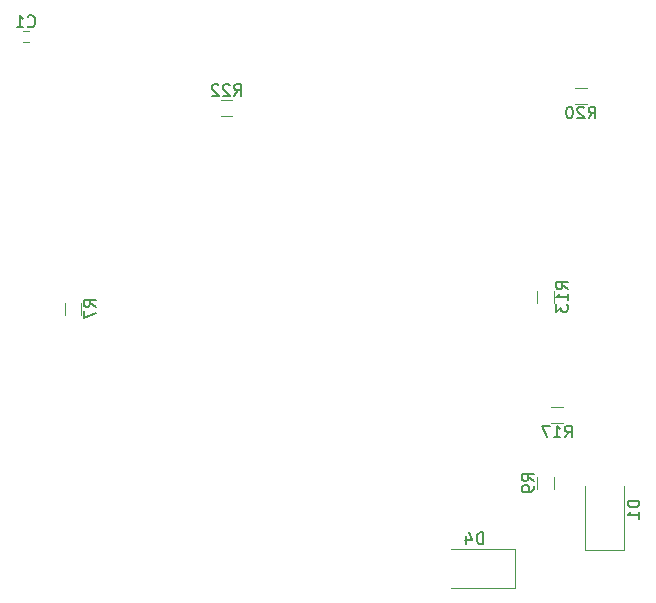
<source format=gbr>
G04 #@! TF.GenerationSoftware,KiCad,Pcbnew,(5.0.1)-3*
G04 #@! TF.CreationDate,2018-11-25T11:45:11-08:00*
G04 #@! TF.ProjectId,DashSight-Mezzanine-Card,4461736853696768742D4D657A7A616E,rev?*
G04 #@! TF.SameCoordinates,Original*
G04 #@! TF.FileFunction,Legend,Bot*
G04 #@! TF.FilePolarity,Positive*
%FSLAX46Y46*%
G04 Gerber Fmt 4.6, Leading zero omitted, Abs format (unit mm)*
G04 Created by KiCad (PCBNEW (5.0.1)-3) date 25/11/2018 11:45:11 AM*
%MOMM*%
%LPD*%
G01*
G04 APERTURE LIST*
%ADD10C,0.120000*%
%ADD11C,0.150000*%
G04 APERTURE END LIST*
D10*
G04 #@! TO.C,R9*
X173680000Y-107250000D02*
X173680000Y-106250000D01*
X172320000Y-106250000D02*
X172320000Y-107250000D01*
G04 #@! TO.C,C1*
X128750000Y-68530000D02*
X129250000Y-68530000D01*
X129250000Y-69470000D02*
X128750000Y-69470000D01*
G04 #@! TO.C,D4*
X170400000Y-112350000D02*
X170400000Y-115650000D01*
X170400000Y-115650000D02*
X165000000Y-115650000D01*
X170400000Y-112350000D02*
X165000000Y-112350000D01*
G04 #@! TO.C,D1*
X179650000Y-112400000D02*
X176350000Y-112400000D01*
X176350000Y-112400000D02*
X176350000Y-107000000D01*
X179650000Y-112400000D02*
X179650000Y-107000000D01*
G04 #@! TO.C,R20*
X176500000Y-73320000D02*
X175500000Y-73320000D01*
X175500000Y-74680000D02*
X176500000Y-74680000D01*
G04 #@! TO.C,R22*
X145500000Y-75680000D02*
X146500000Y-75680000D01*
X146500000Y-74320000D02*
X145500000Y-74320000D01*
G04 #@! TO.C,R13*
X172320000Y-90500000D02*
X172320000Y-91500000D01*
X173680000Y-91500000D02*
X173680000Y-90500000D01*
G04 #@! TO.C,R17*
X174500000Y-100320000D02*
X173500000Y-100320000D01*
X173500000Y-101680000D02*
X174500000Y-101680000D01*
G04 #@! TO.C,R7*
X132320000Y-91500000D02*
X132320000Y-92500000D01*
X133680000Y-92500000D02*
X133680000Y-91500000D01*
G04 #@! TO.C,R9*
D11*
X172002380Y-106583333D02*
X171526190Y-106250000D01*
X172002380Y-106011904D02*
X171002380Y-106011904D01*
X171002380Y-106392857D01*
X171050000Y-106488095D01*
X171097619Y-106535714D01*
X171192857Y-106583333D01*
X171335714Y-106583333D01*
X171430952Y-106535714D01*
X171478571Y-106488095D01*
X171526190Y-106392857D01*
X171526190Y-106011904D01*
X172002380Y-107059523D02*
X172002380Y-107250000D01*
X171954761Y-107345238D01*
X171907142Y-107392857D01*
X171764285Y-107488095D01*
X171573809Y-107535714D01*
X171192857Y-107535714D01*
X171097619Y-107488095D01*
X171050000Y-107440476D01*
X171002380Y-107345238D01*
X171002380Y-107154761D01*
X171050000Y-107059523D01*
X171097619Y-107011904D01*
X171192857Y-106964285D01*
X171430952Y-106964285D01*
X171526190Y-107011904D01*
X171573809Y-107059523D01*
X171621428Y-107154761D01*
X171621428Y-107345238D01*
X171573809Y-107440476D01*
X171526190Y-107488095D01*
X171430952Y-107535714D01*
G04 #@! TO.C,C1*
X129166666Y-68087142D02*
X129214285Y-68134761D01*
X129357142Y-68182380D01*
X129452380Y-68182380D01*
X129595238Y-68134761D01*
X129690476Y-68039523D01*
X129738095Y-67944285D01*
X129785714Y-67753809D01*
X129785714Y-67610952D01*
X129738095Y-67420476D01*
X129690476Y-67325238D01*
X129595238Y-67230000D01*
X129452380Y-67182380D01*
X129357142Y-67182380D01*
X129214285Y-67230000D01*
X129166666Y-67277619D01*
X128214285Y-68182380D02*
X128785714Y-68182380D01*
X128500000Y-68182380D02*
X128500000Y-67182380D01*
X128595238Y-67325238D01*
X128690476Y-67420476D01*
X128785714Y-67468095D01*
G04 #@! TO.C,D4*
X167738095Y-111952380D02*
X167738095Y-110952380D01*
X167500000Y-110952380D01*
X167357142Y-111000000D01*
X167261904Y-111095238D01*
X167214285Y-111190476D01*
X167166666Y-111380952D01*
X167166666Y-111523809D01*
X167214285Y-111714285D01*
X167261904Y-111809523D01*
X167357142Y-111904761D01*
X167500000Y-111952380D01*
X167738095Y-111952380D01*
X166309523Y-111285714D02*
X166309523Y-111952380D01*
X166547619Y-110904761D02*
X166785714Y-111619047D01*
X166166666Y-111619047D01*
G04 #@! TO.C,D1*
X180952380Y-108261904D02*
X179952380Y-108261904D01*
X179952380Y-108500000D01*
X180000000Y-108642857D01*
X180095238Y-108738095D01*
X180190476Y-108785714D01*
X180380952Y-108833333D01*
X180523809Y-108833333D01*
X180714285Y-108785714D01*
X180809523Y-108738095D01*
X180904761Y-108642857D01*
X180952380Y-108500000D01*
X180952380Y-108261904D01*
X180952380Y-109785714D02*
X180952380Y-109214285D01*
X180952380Y-109500000D02*
X179952380Y-109500000D01*
X180095238Y-109404761D01*
X180190476Y-109309523D01*
X180238095Y-109214285D01*
G04 #@! TO.C,R20*
X176642857Y-75902380D02*
X176976190Y-75426190D01*
X177214285Y-75902380D02*
X177214285Y-74902380D01*
X176833333Y-74902380D01*
X176738095Y-74950000D01*
X176690476Y-74997619D01*
X176642857Y-75092857D01*
X176642857Y-75235714D01*
X176690476Y-75330952D01*
X176738095Y-75378571D01*
X176833333Y-75426190D01*
X177214285Y-75426190D01*
X176261904Y-74997619D02*
X176214285Y-74950000D01*
X176119047Y-74902380D01*
X175880952Y-74902380D01*
X175785714Y-74950000D01*
X175738095Y-74997619D01*
X175690476Y-75092857D01*
X175690476Y-75188095D01*
X175738095Y-75330952D01*
X176309523Y-75902380D01*
X175690476Y-75902380D01*
X175071428Y-74902380D02*
X174976190Y-74902380D01*
X174880952Y-74950000D01*
X174833333Y-74997619D01*
X174785714Y-75092857D01*
X174738095Y-75283333D01*
X174738095Y-75521428D01*
X174785714Y-75711904D01*
X174833333Y-75807142D01*
X174880952Y-75854761D01*
X174976190Y-75902380D01*
X175071428Y-75902380D01*
X175166666Y-75854761D01*
X175214285Y-75807142D01*
X175261904Y-75711904D01*
X175309523Y-75521428D01*
X175309523Y-75283333D01*
X175261904Y-75092857D01*
X175214285Y-74997619D01*
X175166666Y-74950000D01*
X175071428Y-74902380D01*
G04 #@! TO.C,R22*
X146642857Y-74002380D02*
X146976190Y-73526190D01*
X147214285Y-74002380D02*
X147214285Y-73002380D01*
X146833333Y-73002380D01*
X146738095Y-73050000D01*
X146690476Y-73097619D01*
X146642857Y-73192857D01*
X146642857Y-73335714D01*
X146690476Y-73430952D01*
X146738095Y-73478571D01*
X146833333Y-73526190D01*
X147214285Y-73526190D01*
X146261904Y-73097619D02*
X146214285Y-73050000D01*
X146119047Y-73002380D01*
X145880952Y-73002380D01*
X145785714Y-73050000D01*
X145738095Y-73097619D01*
X145690476Y-73192857D01*
X145690476Y-73288095D01*
X145738095Y-73430952D01*
X146309523Y-74002380D01*
X145690476Y-74002380D01*
X145309523Y-73097619D02*
X145261904Y-73050000D01*
X145166666Y-73002380D01*
X144928571Y-73002380D01*
X144833333Y-73050000D01*
X144785714Y-73097619D01*
X144738095Y-73192857D01*
X144738095Y-73288095D01*
X144785714Y-73430952D01*
X145357142Y-74002380D01*
X144738095Y-74002380D01*
G04 #@! TO.C,R13*
X174902380Y-90357142D02*
X174426190Y-90023809D01*
X174902380Y-89785714D02*
X173902380Y-89785714D01*
X173902380Y-90166666D01*
X173950000Y-90261904D01*
X173997619Y-90309523D01*
X174092857Y-90357142D01*
X174235714Y-90357142D01*
X174330952Y-90309523D01*
X174378571Y-90261904D01*
X174426190Y-90166666D01*
X174426190Y-89785714D01*
X174902380Y-91309523D02*
X174902380Y-90738095D01*
X174902380Y-91023809D02*
X173902380Y-91023809D01*
X174045238Y-90928571D01*
X174140476Y-90833333D01*
X174188095Y-90738095D01*
X173902380Y-91642857D02*
X173902380Y-92261904D01*
X174283333Y-91928571D01*
X174283333Y-92071428D01*
X174330952Y-92166666D01*
X174378571Y-92214285D01*
X174473809Y-92261904D01*
X174711904Y-92261904D01*
X174807142Y-92214285D01*
X174854761Y-92166666D01*
X174902380Y-92071428D01*
X174902380Y-91785714D01*
X174854761Y-91690476D01*
X174807142Y-91642857D01*
G04 #@! TO.C,R17*
X174642857Y-102902380D02*
X174976190Y-102426190D01*
X175214285Y-102902380D02*
X175214285Y-101902380D01*
X174833333Y-101902380D01*
X174738095Y-101950000D01*
X174690476Y-101997619D01*
X174642857Y-102092857D01*
X174642857Y-102235714D01*
X174690476Y-102330952D01*
X174738095Y-102378571D01*
X174833333Y-102426190D01*
X175214285Y-102426190D01*
X173690476Y-102902380D02*
X174261904Y-102902380D01*
X173976190Y-102902380D02*
X173976190Y-101902380D01*
X174071428Y-102045238D01*
X174166666Y-102140476D01*
X174261904Y-102188095D01*
X173357142Y-101902380D02*
X172690476Y-101902380D01*
X173119047Y-102902380D01*
G04 #@! TO.C,R7*
X134902380Y-91833333D02*
X134426190Y-91500000D01*
X134902380Y-91261904D02*
X133902380Y-91261904D01*
X133902380Y-91642857D01*
X133950000Y-91738095D01*
X133997619Y-91785714D01*
X134092857Y-91833333D01*
X134235714Y-91833333D01*
X134330952Y-91785714D01*
X134378571Y-91738095D01*
X134426190Y-91642857D01*
X134426190Y-91261904D01*
X133902380Y-92166666D02*
X133902380Y-92833333D01*
X134902380Y-92404761D01*
G04 #@! TD*
M02*

</source>
